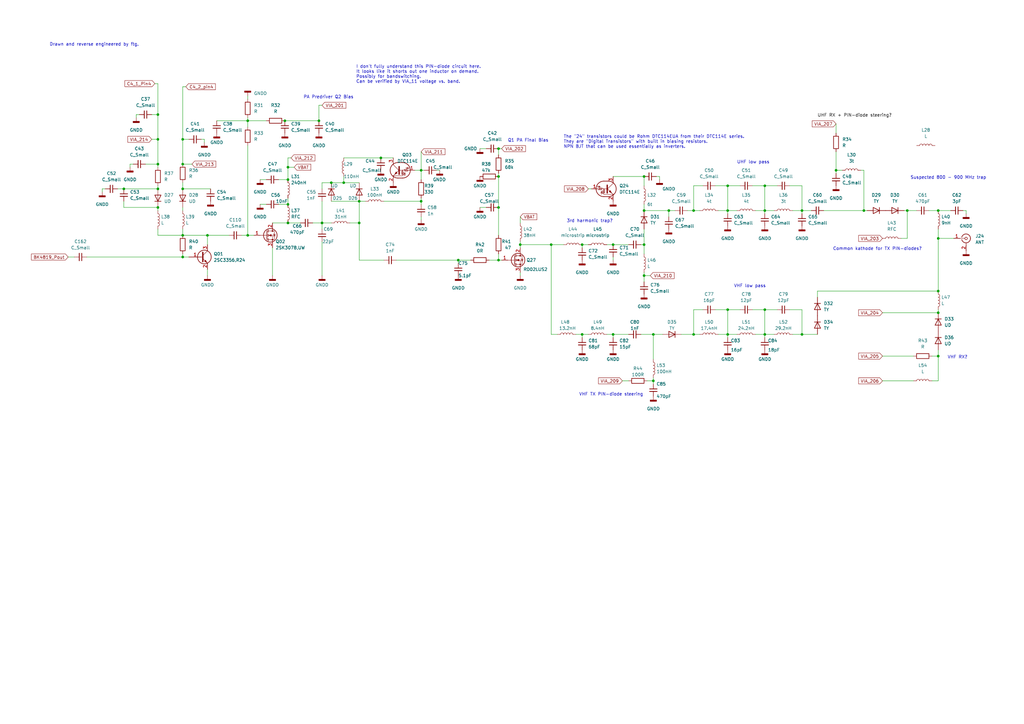
<source format=kicad_sch>
(kicad_sch (version 20230121) (generator eeschema)
  (paper "A3")
  (title_block (title "TX-Chain") (rev "ftg"))
  (lib_symbols
    (symbol "UV-K5:BFR92" (pin_names (offset 0) hide)
      (property "Reference" "Q" (at 5.08 1.905 0))
      (property "Value" "BFR92" (at 5.08 0 0))
      (symbol "BFR92_0_1"
        (polyline (pts (xy 0 0) (xy 0.635 0)))
        (polyline (pts (xy 0.635 0.635) (xy 2.54 2.54)))
        (polyline (pts (xy 2.54 -2.54) (xy 0.635 -0.635)))
        (polyline (pts (xy 0.635 1.905) (xy 0.635 0) (xy 0.635 -1.905) (xy 0.635 -1.905)) (stroke (width 0.508)))
        (polyline (pts (xy 2.286 -2.286) (xy 1.778 -1.27) (xy 1.27 -1.778) (xy 2.286 -2.286) (xy 2.286 -2.286)) (fill (type outline)))
        (circle (center 1.27 0) (radius 2.8194) (stroke (width 0.254)))
      )
      (symbol "BFR92_1_1"
        (pin input line (at -5.08 0 0) (length 5.08) (name "B") (number "1"))
        (pin passive line (at 2.54 -5.08 90) (length 2.54) (name "E") (number "2"))
        (pin passive line (at 2.54 5.08 270) (length 2.54) (name "C") (number "3"))
      )
    )
    (symbol "UV-K5:C_Small" (pin_numbers hide) (pin_names (offset 0.254) hide)
      (property "Reference" "C" (at 0.254 1.778 0))
      (property "Value" "C_Small" (at 0.254 -2.032 0))
      (symbol "C_Small_0_1"
        (polyline (pts (xy -1.524 -0.508) (xy 1.524 -0.508)) (stroke (width 0.3302)))
        (polyline (pts (xy -1.524 0.508) (xy 1.524 0.508)) (stroke (width 0.3048)))
      )
      (symbol "C_Small_1_1"
        (pin passive line (at 0 2.54 270) (length 2.032) (name "~") (number "1"))
        (pin passive line (at 0 -2.54 90) (length 2.032) (name "~") (number "2"))
      )
    )
    (symbol "UV-K5:Conn_Coaxial" (pin_names (offset 1.016) hide)
      (property "Reference" "J" (at 0.254 3.048 0))
      (property "Value" "Conn_Coaxial" (at 2.921 0 90))
      (symbol "Conn_Coaxial_0_1"
        (arc (start -1.778 -0.508) (mid 0.2311 -1.8066) (end 1.778 0) (stroke (width 0.254)))
        (polyline (pts (xy -2.54 0) (xy -0.508 0)))
        (polyline (pts (xy 0 -2.54) (xy 0 -1.778)))
        (circle (center 0 0) (radius 0.508) (stroke (width 0.2032)))
        (arc (start 1.778 0) (mid 0.2099 1.8101) (end -1.778 0.508) (stroke (width 0.254)))
      )
      (symbol "Conn_Coaxial_1_1"
        (pin passive line (at -5.08 0 0) (length 2.54) (name "In") (number "1"))
        (pin passive line (at 0 -5.08 90) (length 2.54) (name "Ext") (number "2"))
      )
    )
    (symbol "UV-K5:D" (pin_numbers hide) (pin_names (offset 1.016) hide)
      (property "Reference" "D" (at 0 2.54 0))
      (property "Value" "D" (at 0 -2.54 0))
      (symbol "D_0_1"
        (polyline (pts (xy -1.27 1.27) (xy -1.27 -1.27)) (stroke (width 0.254)))
        (polyline (pts (xy 1.27 0) (xy -1.27 0)))
        (polyline (pts (xy 1.27 1.27) (xy 1.27 -1.27) (xy -1.27 0) (xy 1.27 1.27)) (stroke (width 0.254)))
      )
      (symbol "D_1_1"
        (pin passive line (at -3.81 0 0) (length 2.54) (name "K") (number "1"))
        (pin passive line (at 3.81 0 180) (length 2.54) (name "A") (number "2"))
      )
    )
    (symbol "UV-K5:DTC114E" (pin_names (offset 0) hide)
      (property "Reference" "Q" (at 5.08 1.905 0))
      (property "Value" "DTC114E" (at 5.08 0 0))
      (symbol "DTC114E_0_0"
        (text "10k" (at -3.302 0.889 0) (effects (font (size 0.508 0.508))))
        (text "10k" (at -2.159 -1.524 900) (effects (font (size 0.508 0.508))))
      )
      (symbol "DTC114E_0_1"
        (circle (center -1.27 0) (radius 0.127))
        (arc (start -1.27 3.175) (mid -4.4312 0) (end -1.27 -3.175) (stroke (width 0.254)))
        (polyline (pts (xy -3.429 0) (xy -3.81 0)))
        (polyline (pts (xy -1.27 -3.175) (xy 0.635 -3.175)) (stroke (width 0.254)))
        (polyline (pts (xy -1.27 3.175) (xy 0.635 3.175)) (stroke (width 0.254)))
        (polyline (pts (xy 0 -0.254) (xy 2.54 2.286)))
        (polyline (pts (xy 0.127 1.524) (xy 0.127 -1.651)) (stroke (width 0.508)) (fill (type outline)))
        (polyline (pts (xy 2.54 2.286) (xy 2.54 2.54)))
        (polyline (pts (xy 2.54 -2.286) (xy 0 0.254) (xy 0 0.254)))
        (polyline (pts (xy 0.889 -1.143) (xy 1.397 -0.635) (xy 1.905 -1.651) (xy 0.889 -1.143)) (fill (type outline)))
        (polyline (pts (xy 0 0) (xy -1.905 0) (xy -2.032 0.508) (xy -2.286 -0.508) (xy -2.54 0.508) (xy -2.794 -0.508) (xy -3.048 0.508) (xy -3.302 -0.508) (xy -3.429 0)))
        (polyline (pts (xy -1.27 0) (xy -1.27 -0.381) (xy -0.762 -0.508) (xy -1.778 -0.762) (xy -0.762 -1.016) (xy -1.778 -1.27) (xy -0.762 -1.524) (xy -1.778 -1.778) (xy -1.27 -1.905) (xy -1.27 -2.286) (xy 2.54 -2.286)))
        (arc (start 0.635 -3.175) (mid 3.7962 0) (end 0.635 3.175) (stroke (width 0.254)))
        (circle (center 2.54 -2.286) (radius 0.127))
      )
      (symbol "DTC114E_1_1"
        (pin input line (at -6.35 0 0) (length 2.54) (name "B") (number "1"))
        (pin passive line (at 2.54 -5.08 90) (length 2.54) (name "E") (number "2"))
        (pin passive line (at 2.54 5.08 270) (length 2.54) (name "C") (number "3"))
      )
    )
    (symbol "UV-K5:IRF540N" (pin_names hide)
      (property "Reference" "Q" (at 6.35 1.905 0))
      (property "Value" "IRF540N" (at 6.35 0 0))
      (symbol "IRF540N_0_1"
        (polyline (pts (xy 0.254 0) (xy -2.54 0)))
        (polyline (pts (xy 0.254 1.905) (xy 0.254 -1.905)) (stroke (width 0.254)))
        (polyline (pts (xy 0.762 -1.27) (xy 0.762 -2.286)) (stroke (width 0.254)))
        (polyline (pts (xy 0.762 0.508) (xy 0.762 -0.508)) (stroke (width 0.254)))
        (polyline (pts (xy 0.762 2.286) (xy 0.762 1.27)) (stroke (width 0.254)))
        (polyline (pts (xy 2.54 2.54) (xy 2.54 1.778)))
        (polyline (pts (xy 2.54 -2.54) (xy 2.54 0) (xy 0.762 0)))
        (polyline (pts (xy 0.762 -1.778) (xy 3.302 -1.778) (xy 3.302 1.778) (xy 0.762 1.778)))
        (polyline (pts (xy 1.016 0) (xy 2.032 0.381) (xy 2.032 -0.381) (xy 1.016 0)) (fill (type outline)))
        (polyline (pts (xy 2.794 0.508) (xy 2.921 0.381) (xy 3.683 0.381) (xy 3.81 0.254)))
        (polyline (pts (xy 3.302 0.381) (xy 2.921 -0.254) (xy 3.683 -0.254) (xy 3.302 0.381)))
        (circle (center 1.651 0) (radius 2.794) (stroke (width 0.254)))
        (circle (center 2.54 -1.778) (radius 0.254) (fill (type outline)))
        (circle (center 2.54 1.778) (radius 0.254) (fill (type outline)))
      )
      (symbol "IRF540N_1_1"
        (pin input line (at -5.08 0 0) (length 2.54) (name "G") (number "1"))
        (pin passive line (at 2.54 5.08 270) (length 2.54) (name "D") (number "2"))
        (pin passive line (at 2.54 -5.08 90) (length 2.54) (name "S") (number "3"))
      )
    )
    (symbol "UV-K5:L" (pin_numbers hide) (pin_names (offset 1.016) hide)
      (property "Reference" "L" (at -1.27 0 90))
      (property "Value" "L" (at 1.905 0 90))
      (symbol "L_0_1"
        (arc (start 0 -2.54) (mid 0.6323 -1.905) (end 0 -1.27))
        (arc (start 0 -1.27) (mid 0.6323 -0.635) (end 0 0))
        (arc (start 0 0) (mid 0.6323 0.635) (end 0 1.27))
        (arc (start 0 1.27) (mid 0.6323 1.905) (end 0 2.54))
      )
      (symbol "L_1_1"
        (pin passive line (at 0 3.81 270) (length 1.27) (name "1") (number "1"))
        (pin passive line (at 0 -3.81 90) (length 1.27) (name "2") (number "2"))
      )
    )
    (symbol "UV-K5:R" (pin_numbers hide) (pin_names (offset 0))
      (property "Reference" "R" (at 2.032 0 90))
      (property "Value" "R" (at 0 0 90))
      (symbol "R_0_1"
        (rectangle (start -1.016 -2.54) (end 1.016 2.54) (stroke (width 0.254)))
      )
      (symbol "R_1_1"
        (pin passive line (at 0 3.81 270) (length 1.27) (name "~") (number "1"))
        (pin passive line (at 0 -3.81 90) (length 1.27) (name "~") (number "2"))
      )
    )
    (symbol "power:GNDD" (power) (pin_names (offset 0))
      (property "Value" "GNDD" (at 0 -3.175 0))
      (symbol "GNDD_0_1"
        (rectangle (start -1.27 -1.524) (end 1.27 -2.032) (stroke (width 0.254)) (fill (type outline)))
        (polyline (pts (xy 0 0) (xy 0 -1.524)))
      )
      (symbol "GNDD_1_1"
        (pin power_in line (at 0 0 270) (length 0) hide (name "GNDD") (number "1"))
      )
    )
  )
  (junction (at 74.93 67.31))
  (junction (at 64.77 67.31))
  (junction (at 204.47 72.39))
  (junction (at 384.81 128.27))
  (junction (at 264.16 72.39))
  (junction (at 384.81 86.36))
  (junction (at 204.47 85.09))
  (junction (at 384.81 119.38))
  (junction (at 213.36 100.33))
  (junction (at 101.6 96.52))
  (junction (at 274.32 86.36))
  (junction (at 101.6 49.53))
  (junction (at 172.72 82.55))
  (junction (at 74.93 105.41))
  (junction (at 284.48 137.16))
  (junction (at 74.93 77.47))
  (junction (at 298.45 86.36))
  (junction (at 354.33 86.36))
  (junction (at 64.77 85.09))
  (junction (at 264.16 86.36))
  (junction (at 384.81 97.79))
  (junction (at 147.32 82.55))
  (junction (at 118.11 91.44))
  (junction (at 132.08 91.44))
  (junction (at 313.69 76.2))
  (junction (at 130.81 49.53))
  (junction (at 147.32 91.44))
  (junction (at 140.97 74.93))
  (junction (at 372.11 86.36))
  (junction (at 264.16 100.33))
  (junction (at 298.45 137.16))
  (junction (at 64.77 57.15))
  (junction (at 226.06 100.33))
  (junction (at 313.69 137.16))
  (junction (at 85.09 96.52))
  (junction (at 251.46 100.33))
  (junction (at 238.76 100.33))
  (junction (at 328.93 86.36))
  (junction (at 313.69 127))
  (junction (at 298.45 76.2))
  (junction (at 187.96 106.68))
  (junction (at 116.84 49.53))
  (junction (at 64.77 46.99))
  (junction (at 342.9 69.85))
  (junction (at 264.16 113.03))
  (junction (at 384.81 146.05))
  (junction (at 74.93 96.52))
  (junction (at 313.69 86.36))
  (junction (at 135.89 74.93))
  (junction (at 328.93 137.16))
  (junction (at 238.76 137.16))
  (junction (at 251.46 137.16))
  (junction (at 172.72 69.85))
  (junction (at 118.11 73.66))
  (junction (at 267.97 137.16))
  (junction (at 64.77 77.47))
  (junction (at 204.47 106.68))
  (junction (at 156.21 64.77))
  (junction (at 284.48 86.36))
  (junction (at 118.11 68.58))
  (junction (at 74.93 57.15))
  (junction (at 267.97 156.21))
  (junction (at 118.11 83.82))
  (junction (at 50.8 77.47))
  (junction (at 298.45 127))
  (junction (at 204.47 60.96))
  (wire (pts (xy 64.77 96.52) (xy 74.93 96.52)))
  (wire (pts (xy 74.93 104.14) (xy 74.93 105.41)))
  (wire (pts (xy 226.06 100.33) (xy 226.06 137.16)))
  (wire (pts (xy 384.81 97.79) (xy 391.16 97.79)))
  (wire (pts (xy 130.81 43.18) (xy 130.81 49.53)))
  (wire (pts (xy 251.46 137.16) (xy 251.46 138.43)))
  (wire (pts (xy 238.76 137.16) (xy 241.3 137.16)))
  (wire (pts (xy 132.08 82.55) (xy 132.08 91.44)))
  (wire (pts (xy 284.48 86.36) (xy 287.02 86.36)))
  (wire (pts (xy 265.43 156.21) (xy 267.97 156.21)))
  (wire (pts (xy 62.23 46.99) (xy 64.77 46.99)))
  (wire (pts (xy 172.72 62.23) (xy 172.72 69.85)))
  (wire (pts (xy 118.11 68.58) (xy 118.11 73.66)))
  (wire (pts (xy 132.08 43.18) (xy 130.81 43.18)))
  (wire (pts (xy 140.97 72.39) (xy 140.97 74.93)))
  (wire (pts (xy 298.45 137.16) (xy 298.45 138.43)))
  (wire (pts (xy 270.51 72.39) (xy 270.51 73.66)))
  (wire (pts (xy 264.16 100.33) (xy 264.16 104.14)))
  (wire (pts (xy 74.93 35.56) (xy 74.93 57.15)))
  (wire (pts (xy 287.02 137.16) (xy 284.48 137.16)))
  (wire (pts (xy 264.16 111.76) (xy 264.16 113.03)))
  (wire (pts (xy 135.89 82.55) (xy 147.32 82.55)))
  (wire (pts (xy 64.77 76.2) (xy 64.77 77.47)))
  (wire (pts (xy 308.61 127) (xy 313.69 127)))
  (wire (pts (xy 264.16 83.82) (xy 264.16 86.36)))
  (wire (pts (xy 213.36 113.03) (xy 213.36 111.76)))
  (wire (pts (xy 135.89 74.93) (xy 132.08 74.93)))
  (wire (pts (xy 309.88 137.16) (xy 313.69 137.16)))
  (wire (pts (xy 342.9 50.8) (xy 342.9 54.61)))
  (wire (pts (xy 172.72 81.28) (xy 172.72 82.55)))
  (wire (pts (xy 274.32 86.36) (xy 274.32 88.9)))
  (wire (pts (xy 238.76 137.16) (xy 238.76 138.43)))
  (wire (pts (xy 53.34 67.31) (xy 53.34 68.58)))
  (wire (pts (xy 264.16 113.03) (xy 264.16 115.57)))
  (wire (pts (xy 55.88 46.99) (xy 55.88 48.26)))
  (wire (pts (xy 64.77 67.31) (xy 64.77 68.58)))
  (wire (pts (xy 238.76 100.33) (xy 238.76 101.6)))
  (wire (pts (xy 74.93 74.93) (xy 74.93 77.47)))
  (wire (pts (xy 64.77 93.98) (xy 64.77 96.52)))
  (wire (pts (xy 62.23 57.15) (xy 64.77 57.15)))
  (wire (pts (xy 118.11 68.58) (xy 120.65 68.58)))
  (wire (pts (xy 135.89 74.93) (xy 140.97 74.93)))
  (wire (pts (xy 342.9 62.23) (xy 342.9 69.85)))
  (wire (pts (xy 267.97 156.21) (xy 267.97 157.48)))
  (wire (pts (xy 172.72 73.66) (xy 172.72 69.85)))
  (wire (pts (xy 325.12 86.36) (xy 328.93 86.36)))
  (wire (pts (xy 85.09 96.52) (xy 93.98 96.52)))
  (wire (pts (xy 298.45 127) (xy 303.53 127)))
  (wire (pts (xy 147.32 82.55) (xy 147.32 91.44)))
  (wire (pts (xy 298.45 76.2) (xy 298.45 86.36)))
  (wire (pts (xy 101.6 49.53) (xy 109.22 49.53)))
  (wire (pts (xy 101.6 48.26) (xy 101.6 49.53)))
  (wire (pts (xy 288.29 76.2) (xy 284.48 76.2)))
  (wire (pts (xy 85.09 113.03) (xy 85.09 110.49)))
  (wire (pts (xy 83.82 57.15) (xy 83.82 58.42)))
  (wire (pts (xy 372.11 86.36) (xy 372.11 97.79)))
  (wire (pts (xy 384.81 97.79) (xy 384.81 119.38)))
  (wire (pts (xy 384.81 93.98) (xy 384.81 97.79)))
  (wire (pts (xy 196.85 60.96) (xy 199.39 60.96)))
  (wire (pts (xy 236.22 137.16) (xy 238.76 137.16)))
  (wire (pts (xy 213.36 100.33) (xy 226.06 100.33)))
  (wire (pts (xy 118.11 91.44) (xy 123.19 91.44)))
  (wire (pts (xy 143.51 91.44) (xy 147.32 91.44)))
  (wire (pts (xy 255.27 156.21) (xy 257.81 156.21)))
  (wire (pts (xy 342.9 69.85) (xy 345.44 69.85)))
  (wire (pts (xy 204.47 85.09) (xy 204.47 96.52)))
  (wire (pts (xy 337.82 86.36) (xy 354.33 86.36)))
  (wire (pts (xy 328.93 137.16) (xy 325.12 137.16)))
  (wire (pts (xy 114.3 83.82) (xy 118.11 83.82)))
  (wire (pts (xy 248.92 137.16) (xy 251.46 137.16)))
  (wire (pts (xy 264.16 86.36) (xy 274.32 86.36)))
  (wire (pts (xy 394.97 86.36) (xy 396.24 86.36)))
  (wire (pts (xy 196.85 85.09) (xy 199.39 85.09)))
  (wire (pts (xy 132.08 99.06) (xy 132.08 113.03)))
  (wire (pts (xy 35.56 105.41) (xy 74.93 105.41)))
  (wire (pts (xy 354.33 69.85) (xy 354.33 86.36)))
  (wire (pts (xy 342.9 69.85) (xy 342.9 71.12)))
  (wire (pts (xy 298.45 76.2) (xy 303.53 76.2)))
  (wire (pts (xy 264.16 113.03) (xy 266.7 113.03)))
  (wire (pts (xy 226.06 137.16) (xy 228.6 137.16)))
  (wire (pts (xy 213.36 99.06) (xy 213.36 100.33)))
  (wire (pts (xy 288.29 127) (xy 284.48 127)))
  (wire (pts (xy 204.47 106.68) (xy 205.74 106.68)))
  (wire (pts (xy 50.8 77.47) (xy 64.77 77.47)))
  (wire (pts (xy 156.21 64.77) (xy 161.29 64.77)))
  (wire (pts (xy 384.81 86.36) (xy 389.89 86.36)))
  (wire (pts (xy 128.27 91.44) (xy 132.08 91.44)))
  (wire (pts (xy 204.47 71.12) (xy 204.47 72.39)))
  (wire (pts (xy 111.76 113.03) (xy 111.76 101.6)))
  (wire (pts (xy 313.69 76.2) (xy 313.69 86.36)))
  (wire (pts (xy 193.04 106.68) (xy 187.96 106.68)))
  (wire (pts (xy 74.93 57.15) (xy 74.93 67.31)))
  (wire (pts (xy 76.2 35.56) (xy 74.93 35.56)))
  (wire (pts (xy 302.26 137.16) (xy 298.45 137.16)))
  (wire (pts (xy 116.84 49.53) (xy 130.81 49.53)))
  (wire (pts (xy 64.77 34.29) (xy 64.77 46.99)))
  (wire (pts (xy 119.38 64.77) (xy 118.11 64.77)))
  (wire (pts (xy 384.81 128.27) (xy 384.81 127)))
  (wire (pts (xy 172.72 88.9) (xy 172.72 90.17)))
  (wire (pts (xy 173.99 69.85) (xy 172.72 69.85)))
  (wire (pts (xy 335.28 119.38) (xy 335.28 121.92)))
  (wire (pts (xy 313.69 137.16) (xy 313.69 138.43)))
  (wire (pts (xy 298.45 86.36) (xy 298.45 87.63)))
  (wire (pts (xy 354.33 86.36) (xy 355.6 86.36)))
  (wire (pts (xy 318.77 127) (xy 313.69 127)))
  (wire (pts (xy 213.36 100.33) (xy 213.36 101.6)))
  (wire (pts (xy 63.5 34.29) (xy 64.77 34.29)))
  (wire (pts (xy 213.36 88.9) (xy 213.36 91.44)))
  (wire (pts (xy 281.94 86.36) (xy 284.48 86.36)))
  (wire (pts (xy 308.61 76.2) (xy 313.69 76.2)))
  (wire (pts (xy 381 86.36) (xy 384.81 86.36)))
  (wire (pts (xy 172.72 82.55) (xy 172.72 83.82)))
  (wire (pts (xy 179.07 69.85) (xy 180.34 69.85)))
  (wire (pts (xy 328.93 137.16) (xy 335.28 137.16)))
  (wire (pts (xy 284.48 127) (xy 284.48 137.16)))
  (wire (pts (xy 226.06 100.33) (xy 231.14 100.33)))
  (wire (pts (xy 372.11 86.36) (xy 375.92 86.36)))
  (wire (pts (xy 313.69 86.36) (xy 317.5 86.36)))
  (wire (pts (xy 147.32 106.68) (xy 157.48 106.68)))
  (wire (pts (xy 313.69 86.36) (xy 313.69 87.63)))
  (wire (pts (xy 293.37 127) (xy 298.45 127)))
  (wire (pts (xy 267.97 154.94) (xy 267.97 156.21)))
  (wire (pts (xy 298.45 137.16) (xy 298.45 127)))
  (wire (pts (xy 269.24 72.39) (xy 270.51 72.39)))
  (wire (pts (xy 264.16 72.39) (xy 264.16 76.2)))
  (wire (pts (xy 384.81 146.05) (xy 384.81 156.21)))
  (wire (pts (xy 41.91 77.47) (xy 41.91 78.74)))
  (wire (pts (xy 101.6 49.53) (xy 101.6 52.07)))
  (wire (pts (xy 149.86 82.55) (xy 147.32 82.55)))
  (wire (pts (xy 114.3 73.66) (xy 118.11 73.66)))
  (wire (pts (xy 328.93 127) (xy 328.93 137.16)))
  (wire (pts (xy 396.24 86.36) (xy 396.24 87.63)))
  (wire (pts (xy 323.85 127) (xy 328.93 127)))
  (wire (pts (xy 204.47 60.96) (xy 205.74 60.96)))
  (wire (pts (xy 274.32 86.36) (xy 276.86 86.36)))
  (wire (pts (xy 74.93 77.47) (xy 86.36 77.47)))
  (wire (pts (xy 43.18 77.47) (xy 41.91 77.47)))
  (wire (pts (xy 251.46 106.68) (xy 251.46 105.41)))
  (wire (pts (xy 251.46 72.39) (xy 264.16 72.39)))
  (wire (pts (xy 313.69 127) (xy 313.69 137.16)))
  (wire (pts (xy 384.81 143.51) (xy 384.81 146.05)))
  (wire (pts (xy 88.9 49.53) (xy 101.6 49.53)))
  (wire (pts (xy 48.26 77.47) (xy 50.8 77.47)))
  (wire (pts (xy 382.27 156.21) (xy 384.81 156.21)))
  (wire (pts (xy 147.32 91.44) (xy 147.32 106.68)))
  (wire (pts (xy 101.6 39.37) (xy 101.6 40.64)))
  (wire (pts (xy 187.96 106.68) (xy 187.96 107.95)))
  (wire (pts (xy 267.97 137.16) (xy 267.97 147.32)))
  (wire (pts (xy 204.47 60.96) (xy 204.47 63.5)))
  (wire (pts (xy 106.68 83.82) (xy 109.22 83.82)))
  (wire (pts (xy 294.64 86.36) (xy 298.45 86.36)))
  (wire (pts (xy 74.93 96.52) (xy 85.09 96.52)))
  (wire (pts (xy 74.93 67.31) (xy 78.74 67.31)))
  (wire (pts (xy 241.3 77.47) (xy 242.57 77.47)))
  (wire (pts (xy 118.11 64.77) (xy 118.11 68.58)))
  (wire (pts (xy 101.6 59.69) (xy 101.6 96.52)))
  (wire (pts (xy 264.16 100.33) (xy 264.16 93.98)))
  (wire (pts (xy 64.77 46.99) (xy 64.77 57.15)))
  (wire (pts (xy 64.77 57.15) (xy 64.77 67.31)))
  (wire (pts (xy 200.66 106.68) (xy 204.47 106.68)))
  (wire (pts (xy 309.88 86.36) (xy 313.69 86.36)))
  (wire (pts (xy 328.93 87.63) (xy 328.93 86.36)))
  (wire (pts (xy 294.64 137.16) (xy 298.45 137.16)))
  (wire (pts (xy 251.46 137.16) (xy 257.81 137.16)))
  (wire (pts (xy 157.48 82.55) (xy 172.72 82.55)))
  (wire (pts (xy 85.09 96.52) (xy 85.09 100.33)))
  (wire (pts (xy 335.28 119.38) (xy 384.81 119.38)))
  (wire (pts (xy 77.47 105.41) (xy 74.93 105.41)))
  (wire (pts (xy 101.6 96.52) (xy 104.14 96.52)))
  (wire (pts (xy 64.77 86.36) (xy 64.77 85.09)))
  (wire (pts (xy 77.47 57.15) (xy 74.93 57.15)))
  (wire (pts (xy 318.77 76.2) (xy 313.69 76.2)))
  (wire (pts (xy 140.97 74.93) (xy 147.32 74.93)))
  (wire (pts (xy 204.47 72.39) (xy 204.47 85.09)))
  (wire (pts (xy 372.11 97.79) (xy 369.57 97.79)))
  (wire (pts (xy 328.93 86.36) (xy 332.74 86.36)))
  (wire (pts (xy 82.55 57.15) (xy 83.82 57.15)))
  (wire (pts (xy 354.33 69.85) (xy 353.06 69.85)))
  (wire (pts (xy 54.61 67.31) (xy 53.34 67.31)))
  (wire (pts (xy 132.08 74.93) (xy 132.08 77.47)))
  (wire (pts (xy 204.47 104.14) (xy 204.47 106.68)))
  (wire (pts (xy 132.08 91.44) (xy 135.89 91.44)))
  (wire (pts (xy 106.68 73.66) (xy 109.22 73.66)))
  (wire (pts (xy 50.8 82.55) (xy 50.8 85.09)))
  (wire (pts (xy 74.93 85.09) (xy 74.93 86.36)))
  (wire (pts (xy 328.93 76.2) (xy 328.93 86.36)))
  (wire (pts (xy 262.89 100.33) (xy 264.16 100.33)))
  (wire (pts (xy 57.15 46.99) (xy 55.88 46.99)))
  (wire (pts (xy 298.45 76.2) (xy 293.37 76.2)))
  (wire (pts (xy 361.95 156.21) (xy 374.65 156.21)))
  (wire (pts (xy 284.48 76.2) (xy 284.48 86.36)))
  (wire (pts (xy 262.89 137.16) (xy 267.97 137.16)))
  (wire (pts (xy 238.76 100.33) (xy 241.3 100.33)))
  (wire (pts (xy 74.93 93.98) (xy 74.93 96.52)))
  (wire (pts (xy 162.56 106.68) (xy 187.96 106.68)))
  (wire (pts (xy 323.85 76.2) (xy 328.93 76.2)))
  (wire (pts (xy 132.08 91.44) (xy 132.08 93.98)))
  (wire (pts (xy 361.95 128.27) (xy 384.81 128.27)))
  (wire (pts (xy 298.45 86.36) (xy 302.26 86.36)))
  (wire (pts (xy 384.81 146.05) (xy 382.27 146.05)))
  (wire (pts (xy 317.5 137.16) (xy 313.69 137.16)))
  (wire (pts (xy 170.18 69.85) (xy 172.72 69.85)))
  (wire (pts (xy 248.92 100.33) (xy 251.46 100.33)))
  (wire (pts (xy 59.69 67.31) (xy 64.77 67.31)))
  (wire (pts (xy 251.46 100.33) (xy 257.81 100.33)))
  (wire (pts (xy 118.11 81.28) (xy 118.11 83.82)))
  (wire (pts (xy 361.95 146.05) (xy 374.65 146.05)))
  (wire (pts (xy 111.76 91.44) (xy 118.11 91.44)))
  (wire (pts (xy 27.94 105.41) (xy 30.48 105.41)))
  (wire (pts (xy 50.8 85.09) (xy 64.77 85.09)))
  (wire (pts (xy 279.4 137.16) (xy 284.48 137.16)))
  (wire (pts (xy 267.97 137.16) (xy 271.78 137.16)))
  (wire (pts (xy 140.97 64.77) (xy 156.21 64.77)))
  (wire (pts (xy 99.06 96.52) (xy 101.6 96.52)))
  (wire (pts (xy 372.11 86.36) (xy 370.84 86.36)))
  (text "VHF low pass\n" (at 300.99 118.11 0) (effects (font (size 1.27 1.27)) (justify left bottom)))
  (text "The \"24\" transistors could be Rohm DTC114EUA from their DTC114E series.\nThey are \"Digital Transistors\" with built in biasing resistors.\nNPN BJT that can be used essentially as inverters. " (at 231.14 60.96 0) (effects (font (size 1.27 1.27)) (justify left bottom)))
  (text "PA Predriver Q2 Bias\n" (at 124.46 40.64 0) (effects (font (size 1.27 1.27)) (justify left bottom)))
  (text "Drawn and reverse engineered by ftg.\n" (at 20.32 19.05 0) (effects (font (size 1.27 1.27)) (justify left bottom)))
  (text "VHF RX?" (at 388.62 147.32 0) (effects (font (size 1.27 1.27)) (justify left bottom)))
  (text "UHF low pass\n" (at 302.26 67.31 0) (effects (font (size 1.27 1.27)) (justify left bottom)))
  (text "Suspected 800 - 900 MHz trap\n" (at 373.38 73.66 0) (effects (font (size 1.27 1.27)) (justify left bottom)))
  (text "Common kathode for TX PIN-diodes?\n" (at 341.63 102.87 0) (effects (font (size 1.27 1.27)) (justify left bottom)))
  (text "Q1 PA Final Bias\n" (at 208.28 58.42 0) (effects (font (size 1.27 1.27)) (justify left bottom)))
  (text "I don't fully understand this PIN-diode circuit here.\nIt looks like it shorts out one inductor on demand.\nPossibly for bandswitching.\nCan be verified by VIA_11 voltage vs. band." (at 146.05 34.29 0) (effects (font (size 1.27 1.27)) (justify left bottom)))
  (text "3rd harmonic trap?" (at 232.41 91.44 0) (effects (font (size 1.27 1.27)) (justify left bottom)))
  (text "VHF TX PIN-diode steering" (at 237.49 162.56 0) (effects (font (size 1.27 1.27)) (justify left bottom)))
  (label "UHF RX + PIN-diode steering?" (at 335.28 48.26 0))
  (global_label "VIA_210" (shape input) (at 266.7 113.03 0) (property "Intersheetrefs" "${INTERSHEET_REFS}" (at 276.4912 112.9506 0) (effects (justify left))))
  (global_label "C4_1_Pin4" (shape input) (at 63.5 34.29 180) (property "Intersheetrefs" "${INTERSHEET_REFS}" (at 51.2293 34.2106 0) (effects (justify right))))
  (global_label "VIA_214" (shape input) (at 62.23 57.15 180) (property "Intersheetrefs" "${INTERSHEET_REFS}" (at 52.4388 57.0706 0) (effects (justify right))))
  (global_label "VIA_208" (shape input) (at 241.3 77.47 180) (property "Intersheetrefs" "${INTERSHEET_REFS}" (at 231.5088 77.3906 0) (effects (justify right))))
  (global_label "VIA_207" (shape input) (at 342.9 50.8 180) (property "Intersheetrefs" "${INTERSHEET_REFS}" (at 333.1088 50.7206 0) (effects (justify right))))
  (global_label "VIA_203" (shape input) (at 361.95 97.79 180) (property "Intersheetrefs" "${INTERSHEET_REFS}" (at 352.1588 97.7106 0) (effects (justify right))))
  (global_label "VIA_211" (shape input) (at 172.72 62.23 0) (property "Intersheetrefs" "${INTERSHEET_REFS}" (at 182.5112 62.1506 0) (effects (justify left))))
  (global_label "VIA_206" (shape input) (at 361.95 156.21 180) (property "Intersheetrefs" "${INTERSHEET_REFS}" (at 352.1588 156.1306 0) (effects (justify right))))
  (global_label "VIA_205" (shape input) (at 361.95 146.05 180) (property "Intersheetrefs" "${INTERSHEET_REFS}" (at 352.1588 145.9706 0) (effects (justify right))))
  (global_label "VIA_213" (shape input) (at 78.74 67.31 0) (property "Intersheetrefs" "${INTERSHEET_REFS}" (at 88.5312 67.2306 0) (effects (justify left))))
  (global_label "VIA_201" (shape input) (at 132.08 43.18 0) (property "Intersheetrefs" "${INTERSHEET_REFS}" (at 141.8712 43.1006 0) (effects (justify left))))
  (global_label "VBAT" (shape input) (at 213.36 88.9 0) (property "Intersheetrefs" "${INTERSHEET_REFS}" (at 220.1879 88.8206 0) (effects (justify left))))
  (global_label "VIA_204" (shape input) (at 361.95 128.27 180) (property "Intersheetrefs" "${INTERSHEET_REFS}" (at 352.1588 128.1906 0) (effects (justify right))))
  (global_label "VIA_212" (shape input) (at 119.38 64.77 0) (property "Intersheetrefs" "${INTERSHEET_REFS}" (at 129.1712 64.6906 0) (effects (justify left))))
  (global_label "BK4819_Pout" (shape input) (at 27.94 105.41 180) (property "Intersheetrefs" "${INTERSHEET_REFS}" (at 12.3949 105.41 0) (effects (justify right))))
  (global_label "VIA_209" (shape input) (at 255.27 156.21 180) (property "Intersheetrefs" "${INTERSHEET_REFS}" (at 245.4788 156.1306 0) (effects (justify right))))
  (global_label "VBAT" (shape input) (at 120.65 68.58 0) (property "Intersheetrefs" "${INTERSHEET_REFS}" (at 127.4779 68.5006 0) (effects (justify left))))
  (global_label "VIA_202" (shape input) (at 205.74 60.96 0) (property "Intersheetrefs" "${INTERSHEET_REFS}" (at 215.5312 60.8806 0) (effects (justify left))))
  (global_label "C4_2_pin4" (shape input) (at 76.2 35.56 0) (property "Intersheetrefs" "${INTERSHEET_REFS}" (at 88.3498 35.4806 0) (effects (justify left))))
  (symbol (lib_id "UV-K5:L") (at 379.73 59.69 90) (unit 1)
    (property "Reference" "L28" (at 379.73 53.34 90))
    (property "Value" "L" (at 379.73 55.88 90))
  )
  (symbol (lib_id "power:GNDD") (at 180.34 69.85 0) (unit 1)
    (property "Reference" "#PWR049" (effects hide))
    (property "Value" "GNDD" (at 182.88 73.66 0) (effects (justify right)))
  )
  (symbol (lib_id "UV-K5:C_Small") (at 335.28 86.36 270) (unit 1)
    (property "Reference" "C60" (at 335.2736 80.01 90))
    (property "Value" "C_Small" (at 335.2736 82.55 90))
  )
  (symbol (lib_id "power:GNDD") (at 130.81 54.61 0) (unit 1)
    (property "Reference" "#PWR044" (effects hide))
    (property "Value" "GNDD" (at 130.81 59.69 0))
  )
  (symbol (lib_id "UV-K5:C_Small") (at 86.36 80.01 0) (unit 1)
    (property "Reference" "C54" (at 88.9 78.7462 0) (effects (justify left)))
    (property "Value" "C_Small" (at 88.9 81.2862 0) (effects (justify left)))
  )
  (symbol (lib_id "UV-K5:C_Small") (at 260.35 137.16 270) (unit 1)
    (property "Reference" "C80" (at 260.35 132.08 90))
    (property "Value" "1nF" (at 260.35 134.62 90))
  )
  (symbol (lib_id "UV-K5:C_Small") (at 116.84 52.07 0) (unit 1)
    (property "Reference" "C39" (at 119.38 50.8062 0) (effects (justify left)))
    (property "Value" "C_Small" (at 119.38 53.3462 0) (effects (justify left)))
  )
  (symbol (lib_id "power:GNDD") (at 132.08 113.03 0) (unit 1)
    (property "Reference" "#PWR067" (effects hide))
    (property "Value" "GNDD" (at 132.08 116.84 0))
  )
  (symbol (lib_id "power:GNDD") (at 298.45 143.51 0) (unit 1)
    (property "Reference" "#PWR077" (effects hide))
    (property "Value" "GNDD" (at 298.45 147.32 0))
  )
  (symbol (lib_id "power:GNDD") (at 270.51 73.66 0) (unit 1)
    (property "Reference" "#PWR052" (effects hide))
    (property "Value" "GNDD" (at 274.32 77.47 0))
  )
  (symbol (lib_id "UV-K5:C_Small") (at 238.76 104.14 0) (unit 1)
    (property "Reference" "C72" (at 241.3 102.8762 0) (effects (justify left)))
    (property "Value" "C_Small" (at 241.3 105.4162 0) (effects (justify left)))
  )
  (symbol (lib_id "UV-K5:L") (at 74.93 90.17 0) (unit 1)
    (property "Reference" "L39" (at 76.2 88.9 0) (effects (justify left)))
    (property "Value" "L" (at 76.2 91.44 0) (effects (justify left)))
  )
  (symbol (lib_id "power:GNDD") (at 172.72 90.17 0) (unit 1)
    (property "Reference" "#PWR061" (effects hide))
    (property "Value" "GNDD" (at 172.72 93.98 0))
  )
  (symbol (lib_id "UV-K5:C_Small") (at 342.9 73.66 0) (unit 1)
    (property "Reference" "C48" (at 345.44 72.3962 0) (effects (justify left)))
    (property "Value" "C_Small" (at 345.44 74.9362 0) (effects (justify left)))
  )
  (symbol (lib_id "UV-K5:L") (at 365.76 97.79 90) (unit 1)
    (property "Reference" "L43" (at 365.76 91.44 90))
    (property "Value" "RFC" (at 365.76 93.98 90))
  )
  (symbol (lib_id "power:GNDD") (at 196.85 60.96 0) (unit 1)
    (property "Reference" "#PWR046" (effects hide))
    (property "Value" "GNDD" (at 193.04 60.96 0))
  )
  (symbol (lib_id "power:GNDD") (at 264.16 120.65 0) (unit 1)
    (property "Reference" "#PWR074" (effects hide))
    (property "Value" "GNDD" (at 264.16 125.73 0))
  )
  (symbol (lib_id "UV-K5:DTC114E") (at 248.92 77.47 0) (unit 1)
    (property "Reference" "Q24" (at 254 76.1999 0) (effects (justify left)))
    (property "Value" "DTC114E" (at 254 78.7399 0) (effects (justify left)))
  )
  (symbol (lib_id "UV-K5:C_Small") (at 298.45 140.97 0) (unit 1)
    (property "Reference" "C83" (at 299.72 139.7 0) (effects (justify left)))
    (property "Value" "16pF" (at 299.72 143.51 0) (effects (justify left)))
  )
  (symbol (lib_id "UV-K5:C_Small") (at 96.52 96.52 270) (unit 1)
    (property "Reference" "C110" (at 96.5136 90.17 90))
    (property "Value" "C_Small" (at 96.5136 92.71 90))
  )
  (symbol (lib_id "UV-K5:C_Small") (at 57.15 67.31 270) (unit 1)
    (property "Reference" "C43" (at 57.1436 60.96 90))
    (property "Value" "C_Small" (at 57.1436 63.5 90))
  )
  (symbol (lib_id "UV-K5:L") (at 264.16 107.95 0) (unit 1)
    (property "Reference" "L46" (at 265.43 106.6799 0) (effects (justify left)))
    (property "Value" "L" (at 265.43 109.2199 0) (effects (justify left)))
  )
  (symbol (lib_id "UV-K5:C_Small") (at 264.16 118.11 0) (unit 1)
    (property "Reference" "C76" (at 266.7 116.8462 0) (effects (justify left)))
    (property "Value" "C_Small" (at 266.7 119.38 0) (effects (justify left)))
  )
  (symbol (lib_id "UV-K5:D") (at 275.59 137.16 0) (mirror y) (unit 1)
    (property "Reference" "D35" (at 275.59 132.08 0))
    (property "Value" "TY" (at 275.59 134.62 0))
  )
  (symbol (lib_id "UV-K5:C_Small") (at 378.46 86.36 270) (unit 1)
    (property "Reference" "C61" (at 378.4536 80.01 90))
    (property "Value" "470pF" (at 378.4536 82.55 90))
  )
  (symbol (lib_id "power:GNDD") (at 88.9 54.61 0) (unit 1)
    (property "Reference" "#PWR042" (effects hide))
    (property "Value" "GNDD" (at 88.9 58.42 0))
  )
  (symbol (lib_id "UV-K5:C_Small") (at 132.08 80.01 0) (unit 1)
    (property "Reference" "C55" (at 125.73 78.74 0) (effects (justify left)))
    (property "Value" "1nF" (at 125.73 81.28 0) (effects (justify left)))
  )
  (symbol (lib_id "UV-K5:L") (at 118.11 87.63 0) (unit 1)
    (property "Reference" "L37" (at 119.38 86.3599 0) (effects (justify left)))
    (property "Value" "RFC" (at 119.38 88.8999 0) (effects (justify left)))
  )
  (symbol (lib_id "UV-K5:D") (at 384.81 132.08 90) (mirror x) (unit 1)
    (property "Reference" "D33" (at 387.35 130.8099 90) (effects (justify right)))
    (property "Value" "UD" (at 387.35 133.3499 90) (effects (justify right)))
  )
  (symbol (lib_id "UV-K5:C_Small") (at 290.83 127 270) (unit 1)
    (property "Reference" "C77" (at 290.83 120.65 90))
    (property "Value" "16pF" (at 290.83 123.19 90))
  )
  (symbol (lib_id "power:GNDD") (at 267.97 162.56 0) (unit 1)
    (property "Reference" "#PWR079" (effects hide))
    (property "Value" "GNDD" (at 267.97 167.64 0))
  )
  (symbol (lib_id "UV-K5:R") (at 64.77 72.39 180) (unit 1)
    (property "Reference" "R37" (at 67.31 71.1199 0) (effects (justify right)))
    (property "Value" "R" (at 67.31 73.6599 0) (effects (justify right)))
  )
  (symbol (lib_id "UV-K5:C_Small") (at 130.81 52.07 0) (unit 1)
    (property "Reference" "C40" (at 133.35 50.8062 0) (effects (justify left)))
    (property "Value" "C_Small" (at 133.35 53.3462 0) (effects (justify left)))
  )
  (symbol (lib_id "UV-K5:C_Small") (at 33.02 105.41 270) (unit 1)
    (property "Reference" "C162" (at 33.0136 99.06 90))
    (property "Value" "C_Small" (at 33.0136 101.6 90))
  )
  (symbol (lib_id "power:GNDD") (at 251.46 106.68 0) (unit 1)
    (property "Reference" "#PWR069" (effects hide))
    (property "Value" "GNDD" (at 251.46 111.76 0))
  )
  (symbol (lib_id "power:GNDD") (at 313.69 92.71 0) (unit 1)
    (property "Reference" "#PWR063" (effects hide))
    (property "Value" "GNDD" (at 313.69 97.79 0))
  )
  (symbol (lib_id "UV-K5:D") (at 74.93 81.28 90) (unit 1)
    (property "Reference" "D28" (at 77.47 80.0099 90) (effects (justify right)))
    (property "Value" "UD" (at 77.47 82.5499 90) (effects (justify right)))
  )
  (symbol (lib_id "UV-K5:R") (at 204.47 67.31 180) (unit 1)
    (property "Reference" "R35" (at 207.01 66.0399 0) (effects (justify right)))
    (property "Value" "68k" (at 207.01 68.5799 0) (effects (justify right)))
  )
  (symbol (lib_id "UV-K5:L") (at 153.67 82.55 90) (unit 1)
    (property "Reference" "L33" (at 153.67 77.47 90))
    (property "Value" "100nH" (at 153.67 80.01 90))
  )
  (symbol (lib_id "UV-K5:C_Small") (at 201.93 85.09 270) (unit 1)
    (property "Reference" "C57" (at 200.66 80.01 90))
    (property "Value" "C_Small" (at 200.66 82.55 90))
  )
  (symbol (lib_id "UV-K5:C_Small") (at 176.53 69.85 270) (unit 1)
    (property "Reference" "C45" (at 176.53 66.04 90))
    (property "Value" "C_Small" (at 181.61 68.58 90))
  )
  (symbol (lib_id "UV-K5:DTC114E") (at 163.83 69.85 0) (mirror y) (unit 1)
    (property "Reference" "Q03" (at 168.91 63.5 0) (effects (justify left)))
    (property "Value" "DTC114E" (at 171.45 66.04 0) (effects (justify left)))
  )
  (symbol (lib_id "UV-K5:C_Small") (at 313.69 140.97 0) (unit 1)
    (property "Reference" "C84" (at 314.96 139.7 0) (effects (justify left)))
    (property "Value" "18pF" (at 314.96 143.51 0) (effects (justify left)))
  )
  (symbol (lib_id "UV-K5:C_Small") (at 274.32 91.44 0) (unit 1)
    (property "Reference" "C67" (at 276.86 90.1762 0) (effects (justify left)))
    (property "Value" "C_Small" (at 276.86 92.7162 0) (effects (justify left)))
  )
  (symbol (lib_id "UV-K5:C_Small") (at 160.02 106.68 90) (unit 1)
    (property "Reference" "C74" (at 160.0263 100.33 90))
    (property "Value" "1nF" (at 160.0263 102.87 90))
  )
  (symbol (lib_id "UV-K5:L") (at 234.95 100.33 90) (unit 1)
    (property "Reference" "L44" (at 234.95 93.98 90))
    (property "Value" "microstrip" (at 234.95 96.52 90))
  )
  (symbol (lib_id "power:GNDD") (at 213.36 113.03 0) (unit 1)
    (property "Reference" "#PWR072" (effects hide))
    (property "Value" "GNDD" (at 213.36 118.11 0))
  )
  (symbol (lib_id "UV-K5:L") (at 140.97 68.58 180) (unit 1)
    (property "Reference" "L29" (at 140.97 67.31 0) (effects (justify right)))
    (property "Value" "110nH" (at 140.97 72.39 0) (effects (justify right)))
  )
  (symbol (lib_id "UV-K5:C_Small") (at 156.21 67.31 0) (unit 1)
    (property "Reference" "C44" (at 149.86 66.04 0) (effects (justify left)))
    (property "Value" "C_Small" (at 148.59 69.85 0) (effects (justify left)))
  )
  (symbol (lib_id "power:GNDD") (at 328.93 92.71 0) (unit 1)
    (property "Reference" "#PWR064" (effects hide))
    (property "Value" "GNDD" (at 328.93 97.79 0))
  )
  (symbol (lib_id "power:GNDD") (at 251.46 82.55 0) (unit 1)
    (property "Reference" "#PWR057" (effects hide))
    (property "Value" "GNDD" (at 251.46 87.63 0))
  )
  (symbol (lib_id "power:GNDD") (at 313.69 143.51 0) (unit 1)
    (property "Reference" "#PWR078" (effects hide))
    (property "Value" "GNDD" (at 313.69 147.32 0))
  )
  (symbol (lib_id "UV-K5:C_Small") (at 59.69 46.99 270) (unit 1)
    (property "Reference" "C37" (at 59.6836 40.64 90))
    (property "Value" "C_Small" (at 59.6836 43.18 90))
  )
  (symbol (lib_id "power:GNDD") (at 101.6 39.37 180) (unit 1)
    (property "Reference" "#PWR040" (effects hide))
    (property "Value" "GNDD" (at 104.14 38.2904 0) (effects (justify right)))
  )
  (symbol (lib_id "UV-K5:R") (at 74.93 100.33 180) (unit 1)
    (property "Reference" "R40" (at 77.47 99.0599 0) (effects (justify right)))
    (property "Value" "R" (at 77.47 101.5999 0) (effects (justify right)))
  )
  (symbol (lib_id "UV-K5:C_Small") (at 321.31 127 270) (unit 1)
    (property "Reference" "C79" (at 321.31 120.65 90))
    (property "Value" "12pF" (at 321.31 123.19 90))
  )
  (symbol (lib_id "UV-K5:C_Small") (at 88.9 52.07 0) (unit 1)
    (property "Reference" "C38" (at 91.44 50.8062 0) (effects (justify left)))
    (property "Value" "C_Small" (at 91.44 53.3462 0) (effects (justify left)))
  )
  (symbol (lib_id "power:GNDD") (at 83.82 58.42 0) (unit 1)
    (property "Reference" "#PWR045" (effects hide))
    (property "Value" "GNDD" (at 83.82 63.5 0))
  )
  (symbol (lib_id "power:GNDD") (at 156.21 69.85 0) (unit 1)
    (property "Reference" "#PWR048" (effects hide))
    (property "Value" "GNDD" (at 156.21 73.66 0))
  )
  (symbol (lib_id "power:GNDD") (at 298.45 92.71 0) (unit 1)
    (property "Reference" "#PWR062" (effects hide))
    (property "Value" "GNDD" (at 298.45 97.79 0))
  )
  (symbol (lib_id "UV-K5:R") (at 172.72 77.47 180) (unit 1)
    (property "Reference" "R39" (at 173.99 76.2 0) (effects (justify right)))
    (property "Value" "330" (at 173.99 78.74 0) (effects (justify right)))
  )
  (symbol (lib_id "UV-K5:C_Small") (at 201.93 60.96 270) (unit 1)
    (property "Reference" "C42" (at 201.9236 54.61 90))
    (property "Value" "C_Small" (at 201.9236 57.15 90))
  )
  (symbol (lib_id "power:GNDD") (at 196.85 72.39 0) (unit 1)
    (property "Reference" "#PWR050" (effects hide))
    (property "Value" "GNDD" (at 196.85 76.2 0))
  )
  (symbol (lib_id "UV-K5:IRF540N") (at 109.22 96.52 0) (unit 1)
    (property "Reference" "Q02" (at 113.03 99.06 0) (effects (justify left)))
    (property "Value" "2SK3078,UW" (at 113.03 101.6 0) (effects (justify left)))
    (property "Footprint" "Package_TO_SOT_THT:TO-220-3_Vertical" (effects hide))
    (property "Datasheet" "http://www.irf.com/product-info/datasheets/data/irf540n.pdf" (effects hide))
  )
  (symbol (lib_id "UV-K5:C_Small") (at 172.72 86.36 0) (unit 1)
    (property "Reference" "C58" (at 175.26 85.0963 0) (effects (justify left)))
    (property "Value" "1n" (at 175.26 87.6363 0) (effects (justify left)))
  )
  (symbol (lib_id "UV-K5:C_Small") (at 266.7 72.39 270) (unit 1)
    (property "Reference" "C46" (at 266.6936 66.04 90))
    (property "Value" "C_Small" (at 266.6936 68.58 90))
  )
  (symbol (lib_id "power:GNDD") (at 396.24 87.63 0) (unit 1)
    (property "Reference" "#PWR060" (effects hide))
    (property "Value" "GNDD" (at 396.24 92.71 0))
  )
  (symbol (lib_id "UV-K5:R") (at 113.03 49.53 90) (unit 1)
    (property "Reference" "R32" (at 113.03 43.18 90))
    (property "Value" "R" (at 113.03 45.72 90))
  )
  (symbol (lib_id "UV-K5:C_Small") (at 132.08 96.52 0) (unit 1)
    (property "Reference" "C69" (at 134.62 93.98 0))
    (property "Value" "22pF" (at 134.62 99.06 0))
  )
  (symbol (lib_id "UV-K5:C_Small") (at 238.76 140.97 0) (unit 1)
    (property "Reference" "C81" (at 241.3 139.7063 0) (effects (justify left)))
    (property "Value" "68pF" (at 241.3 142.2463 0) (effects (justify left)))
  )
  (symbol (lib_id "UV-K5:R") (at 200.66 72.39 90) (unit 1)
    (property "Reference" "R38" (at 199.39 67.31 90))
    (property "Value" "47k" (at 199.39 69.85 90))
  )
  (symbol (lib_id "UV-K5:D") (at 384.81 139.7 90) (mirror x) (unit 1)
    (property "Reference" "D36" (at 387.35 138.4299 90) (effects (justify right)))
    (property "Value" "UD" (at 387.35 140.9699 90) (effects (justify right)))
  )
  (symbol (lib_id "power:GNDD") (at 251.46 143.51 0) (unit 1)
    (property "Reference" "#PWR076" (effects hide))
    (property "Value" "GNDD" (at 251.46 147.32 0))
  )
  (symbol (lib_id "UV-K5:L") (at 245.11 137.16 90) (unit 1)
    (property "Reference" "L49" (at 245.11 132.08 90))
    (property "Value" "8.4nH" (at 245.11 134.62 90))
  )
  (symbol (lib_id "power:GNDD") (at 196.85 85.09 0) (unit 1)
    (property "Reference" "#PWR059" (effects hide))
    (property "Value" "GNDD" (at 196.85 88.9 0))
  )
  (symbol (lib_id "power:GNDD") (at 106.68 83.82 0) (unit 1)
    (property "Reference" "#PWR058" (effects hide))
    (property "Value" "GNDD" (at 106.68 88.9 0))
  )
  (symbol (lib_id "UV-K5:L") (at 118.11 77.47 0) (unit 1)
    (property "Reference" "L31" (at 119.38 72.39 0) (effects (justify left)))
    (property "Value" "240nH" (at 119.38 74.93 0) (effects (justify left)))
  )
  (symbol (lib_id "UV-K5:C_Small") (at 306.07 76.2 270) (unit 1)
    (property "Reference" "C51" (at 306.0636 69.85 90))
    (property "Value" "C_Small" (at 306.0636 72.39 90))
  )
  (symbol (lib_id "UV-K5:Conn_Coaxial") (at 396.24 97.79 0) (unit 1)
    (property "Reference" "J24" (at 400.05 96.8131 0) (effects (justify left)))
    (property "Value" "ANT" (at 400.05 99.3531 0) (effects (justify left)))
    (property "Datasheet" " ~" (effects hide))
  )
  (symbol (lib_id "UV-K5:L") (at 290.83 137.16 90) (unit 1)
    (property "Reference" "L50" (at 290.83 132.08 90))
    (property "Value" "17.4nH" (at 290.83 134.62 90))
  )
  (symbol (lib_id "power:GNDD") (at 238.76 143.51 0) (unit 1)
    (property "Reference" "#PWR075" (effects hide))
    (property "Value" "GNDD" (at 238.76 147.32 0))
  )
  (symbol (lib_id "UV-K5:D") (at 64.77 81.28 90) (unit 1)
    (property "Reference" "D27" (at 67.31 80.0099 90) (effects (justify right)))
    (property "Value" "UD" (at 67.31 82.5499 90) (effects (justify right)))
  )
  (symbol (lib_id "UV-K5:D") (at 359.41 86.36 0) (mirror y) (unit 1)
    (property "Reference" "D29" (at 359.41 80.01 0))
    (property "Value" "TY" (at 359.41 82.55 0))
  )
  (symbol (lib_id "UV-K5:D") (at 335.28 133.35 270) (unit 1)
    (property "Reference" "D34" (at 337.82 132.0799 90) (effects (justify left)))
    (property "Value" "TY" (at 337.82 134.6199 90) (effects (justify left)))
  )
  (symbol (lib_id "power:GNDD") (at 86.36 82.55 0) (unit 1)
    (property "Reference" "#PWR056" (effects hide))
    (property "Value" "GNDD" (at 86.36 87.63 0))
  )
  (symbol (lib_id "UV-K5:L") (at 378.46 156.21 90) (unit 1)
    (property "Reference" "L54" (at 378.46 149.86 90))
    (property "Value" "L" (at 378.46 152.4 90))
  )
  (symbol (lib_id "UV-K5:C_Small") (at 306.07 127 270) (unit 1)
    (property "Reference" "C78" (at 306.07 120.65 90))
    (property "Value" "12pF" (at 306.07 123.19 90))
  )
  (symbol (lib_id "UV-K5:D") (at 135.89 78.74 270) (unit 1)
    (property "Reference" "D25" (at 138.43 81.28 90))
    (property "Value" "UD" (at 137.16 76.2 90))
  )
  (symbol (lib_id "UV-K5:L") (at 384.81 90.17 0) (unit 1)
    (property "Reference" "L40" (at 386.08 88.9 0) (effects (justify left)))
    (property "Value" "9nH" (at 386.08 91.44 0) (effects (justify left)))
  )
  (symbol (lib_id "power:GNDD") (at 187.96 113.03 0) (unit 1)
    (property "Reference" "#PWR073" (effects hide))
    (property "Value" "GNDD" (at 187.96 118.11 0))
  )
  (symbol (lib_id "UV-K5:L") (at 264.16 80.01 0) (unit 1)
    (property "Reference" "L32" (at 265.43 80.01 0) (effects (justify left)))
    (property "Value" "6t" (at 265.43 83.82 0) (effects (justify left)))
  )
  (symbol (lib_id "UV-K5:C_Small") (at 392.43 86.36 270) (unit 1)
    (property "Reference" "C62" (at 392.4236 80.01 90))
    (property "Value" "3pF" (at 392.4236 82.55 90))
  )
  (symbol (lib_id "UV-K5:C_Small") (at 187.96 110.49 0) (unit 1)
    (property "Reference" "C75" (at 187.96 107.95 0) (effects (justify left)))
    (property "Value" "5.1pF" (at 187.96 113.03 0) (effects (justify left)))
  )
  (symbol (lib_id "UV-K5:D") (at 335.28 125.73 270) (unit 1)
    (property "Reference" "D32" (at 337.82 124.4599 90) (effects (justify left)))
    (property "Value" "TY" (at 337.82 126.9999 90) (effects (justify left)))
  )
  (symbol (lib_id "UV-K5:R") (at 101.6 44.45 180) (unit 1)
    (property "Reference" "R31" (at 104.14 43.1799 0) (effects (justify right)))
    (property "Value" "R" (at 104.14 45.7199 0) (effects (justify right)))
  )
  (symbol (lib_id "power:GNDD") (at 55.88 48.26 0) (unit 1)
    (property "Reference" "#PWR041" (effects hide))
    (property "Value" "GNDD" (at 55.88 53.34 0))
  )
  (symbol (lib_id "power:GNDD") (at 53.34 68.58 0) (unit 1)
    (property "Reference" "#PWR047" (effects hide))
    (property "Value" "GNDD" (at 53.34 73.66 0))
  )
  (symbol (lib_id "UV-K5:C_Small") (at 290.83 76.2 270) (unit 1)
    (property "Reference" "C50" (at 290.8236 69.85 90))
    (property "Value" "C_Small" (at 290.8236 72.39 90))
  )
  (symbol (lib_id "UV-K5:R") (at 261.62 156.21 90) (unit 1)
    (property "Reference" "R44" (at 261.62 151.13 90))
    (property "Value" "100R" (at 261.62 153.67 90))
  )
  (symbol (lib_id "power:GNDD") (at 41.91 78.74 0) (unit 1)
    (property "Reference" "#PWR055" (effects hide))
    (property "Value" "GNDD" (at 41.91 83.82 0))
  )
  (symbol (lib_id "UV-K5:L") (at 349.25 69.85 90) (unit 1)
    (property "Reference" "L30" (at 349.25 63.5 90))
    (property "Value" "3t" (at 349.25 66.04 90))
  )
  (symbol (lib_id "UV-K5:C_Small") (at 260.35 100.33 270) (unit 1)
    (property "Reference" "C70" (at 260.3436 93.98 90))
    (property "Value" "C_Small" (at 260.3436 96.52 90))
  )
  (symbol (lib_id "UV-K5:C_Small") (at 111.76 73.66 270) (unit 1)
    (property "Reference" "C47" (at 111.76 67.31 90))
    (property "Value" "C_Small" (at 111.7536 69.85 90))
  )
  (symbol (lib_id "UV-K5:L") (at 306.07 137.16 90) (unit 1)
    (property "Reference" "L51" (at 306.07 132.08 90))
    (property "Value" "24.2nH" (at 306.07 134.62 90))
  )
  (symbol (lib_id "power:GNDD") (at 396.24 102.87 0) (unit 1)
    (property "Reference" "#PWR068" (effects hide))
    (property "Value" "GNDD" (at 396.24 107.95 0))
  )
  (symbol (lib_id "power:GNDD") (at 116.84 54.61 0) (unit 1)
    (property "Reference" "#PWR043" (effects hide))
    (property "Value" "GNDD" (at 116.84 59.69 0))
  )
  (symbol (lib_id "UV-K5:L") (at 321.31 86.36 90) (unit 1)
    (property "Reference" "L36" (at 321.31 80.01 90))
    (property "Value" "3t" (at 321.31 82.55 90))
  )
  (symbol (lib_id "power:GNDD") (at 111.76 113.03 0) (unit 1)
    (property "Reference" "#PWR066" (effects hide))
    (property "Value" "GNDD" (at 111.76 116.84 0))
  )
  (symbol (lib_id "power:GNDD") (at 161.29 74.93 0) (unit 1)
    (property "Reference" "#PWR053" (effects hide))
    (property "Value" "GNDD" (at 161.29 78.74 0))
  )
  (symbol (lib_id "UV-K5:C_Small") (at 251.46 102.87 0) (unit 1)
    (property "Reference" "C71" (at 254 101.6062 0) (effects (justify left)))
    (property "Value" "C_Small" (at 254 104.1462 0) (effects (justify left)))
  )
  (symbol (lib_id "power:GNDD") (at 342.9 76.2 0) (unit 1)
    (property "Reference" "#PWR054" (effects hide))
    (property "Value" "GNDD" (at 342.9 81.28 0))
  )
  (symbol (lib_id "UV-K5:D") (at 264.16 90.17 270) (unit 1)
    (property "Reference" "D31" (at 266.7 88.9 90) (effects (justify left)))
    (property "Value" "TY" (at 266.7 91.44 90) (effects (justify left)))
  )
  (symbol (lib_id "UV-K5:R") (at 342.9 58.42 180) (unit 1)
    (property "Reference" "R34" (at 345.44 57.1499 0) (effects (justify right)))
    (property "Value" "R" (at 345.44 59.6899 0) (effects (justify right)))
  )
  (symbol (lib_id "UV-K5:C_Small") (at 50.8 80.01 0) (unit 1)
    (property "Reference" "C53" (at 53.34 78.7462 0) (effects (justify left)))
    (property "Value" "C_Small" (at 53.34 81.2862 0) (effects (justify left)))
  )
  (symbol (lib_id "UV-K5:BFR92") (at 82.55 105.41 0) (unit 1)
    (property "Reference" "Q01" (at 87.63 104.14 0) (effects (justify left)))
    (property "Value" "2SC3356,R24" (at 87.63 106.68 0) (effects (justify left)))
    (property "Footprint" "Package_TO_SOT_SMD:SOT-323_SC-70" (effects hide))
    (property "Datasheet" "https://assets.nexperia.com/documents/data-sheet/BFR92A_N.pdf" (effects hide))
  )
  (symbol (lib_id "UV-K5:C_Small") (at 111.76 83.82 270) (unit 1)
    (property "Reference" "C56" (at 113.03 80.01 90))
    (property "Value" "10nF" (at 115.57 82.55 90))
  )
  (symbol (lib_id "UV-K5:L") (at 139.7 91.44 90) (unit 1)
    (property "Reference" "L41" (at 139.7 86.36 90))
    (property "Value" "31nH" (at 139.7 88.9 90))
  )
  (symbol (lib_id "UV-K5:C_Small") (at 279.4 86.36 270) (unit 1)
    (property "Reference" "C59" (at 279.3936 80.01 90))
    (property "Value" "C_Small" (at 279.3936 82.55 90))
  )
  (symbol (lib_id "UV-K5:L") (at 321.31 137.16 90) (unit 1)
    (property "Reference" "L52" (at 321.31 132.08 90))
    (property "Value" "29.2nH" (at 321.31 134.62 90))
  )
  (symbol (lib_id "UV-K5:R") (at 74.93 71.12 180) (unit 1)
    (property "Reference" "R36" (at 77.47 69.8499 0) (effects (justify right)))
    (property "Value" "R" (at 77.47 72.3899 0) (effects (justify right)))
  )
  (symbol (lib_id "UV-K5:C_Small") (at 298.45 90.17 0) (unit 1)
    (property "Reference" "C63" (at 300.99 88.9062 0) (effects (justify left)))
    (property "Value" "C_Small" (at 300.99 91.4462 0) (effects (justify left)))
  )
  (symbol (lib_id "UV-K5:R") (at 204.47 100.33 180) (unit 1)
    (property "Reference" "R41" (at 205.74 99.0599 0) (effects (justify right)))
    (property "Value" "47" (at 207.01 101.5999 0) (effects (justify right)))
  )
  (symbol (lib_id "power:GNDD") (at 85.09 113.03 0) (unit 1)
    (property "Reference" "#PWR071" (effects hide))
    (property "Value" "GNDD" (at 85.09 116.84 0))
  )
  (symbol (lib_id "UV-K5:L") (at 384.81 123.19 0) (unit 1)
    (property "Reference" "L47" (at 386.08 121.9199 0) (effects (justify left)))
    (property "Value" "L" (at 386.08 124.4599 0) (effects (justify left)))
  )
  (symbol (lib_id "UV-K5:R") (at 196.85 106.68 270) (unit 1)
    (property "Reference" "R42" (at 196.85 100.33 90))
    (property "Value" "0R" (at 196.85 102.87 90))
  )
  (symbol (lib_id "UV-K5:L") (at 267.97 151.13 0) (unit 1)
    (property "Reference" "L53" (at 269.24 149.86 0) (effects (justify left)))
    (property "Value" "100nH" (at 269.24 152.4 0) (effects (justify left)))
  )
  (symbol (lib_id "UV-K5:C_Small") (at 267.97 160.02 0) (unit 1)
    (property "Reference" "C85" (at 269.24 157.48 0) (effects (justify left)))
    (property "Value" "470pF" (at 269.24 162.56 0) (effects (justify left)))
  )
  (symbol (lib_id "UV-K5:C_Small") (at 251.46 140.97 0) (unit 1)
    (property "Reference" "C82" (at 254 139.7063 0) (effects (justify left)))
    (property "Value" "15pF" (at 254 142.2463 0) (effects (justify left)))
  )
  (symbol (lib_id "UV-K5:D") (at 367.03 86.36 0) (mirror y) (unit 1)
    (property "Reference" "D30" (at 367.03 80.01 0))
    (property "Value" "TY" (at 367.03 82.55 0))
  )
  (symbol (lib_id "UV-K5:C_Small") (at 321.31 76.2 270) (unit 1)
    (property "Reference" "C49" (at 321.3036 69.85 90))
    (property "Value" "C_Small" (at 321.3036 72.39 90))
  )
  (symbol (lib_id "UV-K5:C_Small") (at 80.01 57.15 270) (unit 1)
    (property "Reference" "C41" (at 80.0036 50.8 90))
    (property "Value" "C_Small" (at 80.0036 53.34 90))
  )
  (symbol (lib_id "power:GNDD") (at 106.68 73.66 0) (unit 1)
    (property "Reference" "#PWR051" (effects hide))
    (property "Value" "GNDD" (at 106.68 78.74 0))
  )
  (symbol (lib_id "UV-K5:R") (at 378.46 146.05 90) (unit 1)
    (property "Reference" "R43" (at 378.46 139.7 90))
    (property "Value" "R" (at 378.46 142.24 90))
  )
  (symbol (lib_id "UV-K5:C_Small") (at 125.73 91.44 270) (unit 1)
    (property "Reference" "C66" (at 121.92 92.71 90))
    (property "Value" "470pF" (at 121.92 95.25 90))
  )
  (symbol (lib_id "UV-K5:IRF540N") (at 210.82 106.68 0) (unit 1)
    (property "Reference" "Q27" (at 215.9 106.68 0) (effects (justify left)))
    (property "Value" "RD02LUS2" (at 214.63 110.49 0) (effects (justify left)))
    (property "Footprint" "Package_TO_SOT_THT:TO-220-3_Vertical" (effects hide))
    (property "Datasheet" "http://www.irf.com/product-info/datasheets/data/irf540n.pdf" (effects hide))
  )
  (symbol (lib_id "UV-K5:R") (at 101.6 55.88 180) (unit 1)
    (property "Reference" "R33" (at 104.14 54.6099 0) (effects (justify right)))
    (property "Value" "R" (at 104.14 57.1499 0) (effects (justify right)))
  )
  (symbol (lib_id "UV-K5:C_Small") (at 45.72 77.47 270) (unit 1)
    (property "Reference" "C52" (at 45.7136 71.12 90))
    (property "Value" "C_Small" (at 45.7136 73.66 90))
  )
  (symbol (lib_id "UV-K5:L") (at 306.07 86.36 90) (unit 1)
    (property "Reference" "L35" (at 306.07 80.01 90))
    (property "Value" "4t" (at 306.07 82.55 90))
  )
  (symbol (lib_id "UV-K5:D") (at 147.32 78.74 270) (unit 1)
    (property "Reference" "D26" (at 144.78 81.28 90))
    (property "Value" "UD" (at 144.78 76.2 90))
  )
  (symbol (lib_id "UV-K5:L") (at 64.77 90.17 0) (unit 1)
    (property "Reference" "L38" (at 66.04 88.8999 0) (effects (justify left)))
    (property "Value" "L" (at 66.04 91.4399 0) (effects (justify left)))
  )
  (symbol (lib_id "UV-K5:C_Small") (at 328.93 90.17 0) (unit 1)
    (property "Reference" "C65" (at 331.47 88.9062 0) (effects (justify left)))
    (property "Value" "C_Small" (at 331.47 91.4462 0) (effects (justify left)))
  )
  (symbol (lib_id "UV-K5:C_Small") (at 313.69 90.17 0) (unit 1)
    (property "Reference" "C64" (at 316.23 88.9062 0) (effects (justify left)))
    (property "Value" "C_Small" (at 316.23 91.44 0) (effects (justify left)))
  )
  (symbol (lib_id "UV-K5:L") (at 245.11 100.33 90) (unit 1)
    (property "Reference" "L45" (at 245.11 93.98 90))
    (property "Value" "microstrip" (at 245.11 96.52 90))
  )
  (symbol (lib_id "power:GNDD") (at 238.76 106.68 0) (unit 1)
    (property "Reference" "#PWR070" (effects hide))
    (property "Value" "GNDD" (at 238.76 111.76 0))
  )
  (symbol (lib_id "UV-K5:L") (at 290.83 86.36 90) (unit 1)
    (property "Reference" "L34" (at 290.83 80.01 90))
    (property "Value" "4t" (at 290.83 82.55 90))
  )
  (symbol (lib_id "UV-K5:L") (at 213.36 95.25 0) (unit 1)
    (property "Reference" "L42" (at 214.63 93.98 0) (effects (justify left)))
    (property "Value" "38nH" (at 214.63 96.52 0) (effects (justify left)))
  )
  (symbol (lib_id "UV-K5:L") (at 232.41 137.16 90) (unit 1)
    (property "Reference" "L48" (at 233.68 132.08 90) (effects (justify left)))
    (property "Value" "13.2nH" (at 236.22 134.62 90) (effects (justify left)))
  )
  (symbol (lib_id "power:GNDD") (at 274.32 93.98 0) (unit 1)
    (property "Reference" "#PWR065" (effects hide))
    (property "Value" "GNDD" (at 274.32 99.06 0))
  )
)
</source>
